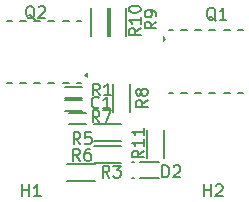
<source format=gbr>
%TF.GenerationSoftware,KiCad,Pcbnew,(6.0.1)*%
%TF.CreationDate,2022-07-18T11:17:21+08:00*%
%TF.ProjectId,HighSideSwitch,48696768-5369-4646-9553-77697463682e,rev?*%
%TF.SameCoordinates,Original*%
%TF.FileFunction,Legend,Top*%
%TF.FilePolarity,Positive*%
%FSLAX46Y46*%
G04 Gerber Fmt 4.6, Leading zero omitted, Abs format (unit mm)*
G04 Created by KiCad (PCBNEW (6.0.1)) date 2022-07-18 11:17:21*
%MOMM*%
%LPD*%
G01*
G04 APERTURE LIST*
%ADD10C,0.150000*%
%ADD11C,0.200000*%
%ADD12C,0.050000*%
G04 APERTURE END LIST*
D10*
%TO.C,R9*%
X190071180Y-81059466D02*
X189594990Y-81392800D01*
X190071180Y-81630895D02*
X189071180Y-81630895D01*
X189071180Y-81249942D01*
X189118800Y-81154704D01*
X189166419Y-81107085D01*
X189261657Y-81059466D01*
X189404514Y-81059466D01*
X189499752Y-81107085D01*
X189547371Y-81154704D01*
X189594990Y-81249942D01*
X189594990Y-81630895D01*
X190071180Y-80583276D02*
X190071180Y-80392800D01*
X190023561Y-80297561D01*
X189975942Y-80249942D01*
X189833085Y-80154704D01*
X189642609Y-80107085D01*
X189261657Y-80107085D01*
X189166419Y-80154704D01*
X189118800Y-80202323D01*
X189071180Y-80297561D01*
X189071180Y-80488038D01*
X189118800Y-80583276D01*
X189166419Y-80630895D01*
X189261657Y-80678514D01*
X189499752Y-80678514D01*
X189594990Y-80630895D01*
X189642609Y-80583276D01*
X189690228Y-80488038D01*
X189690228Y-80297561D01*
X189642609Y-80202323D01*
X189594990Y-80154704D01*
X189499752Y-80107085D01*
%TO.C,R1*%
X185272133Y-87305180D02*
X184938800Y-86828990D01*
X184700704Y-87305180D02*
X184700704Y-86305180D01*
X185081657Y-86305180D01*
X185176895Y-86352800D01*
X185224514Y-86400419D01*
X185272133Y-86495657D01*
X185272133Y-86638514D01*
X185224514Y-86733752D01*
X185176895Y-86781371D01*
X185081657Y-86828990D01*
X184700704Y-86828990D01*
X186224514Y-87305180D02*
X185653085Y-87305180D01*
X185938800Y-87305180D02*
X185938800Y-86305180D01*
X185843561Y-86448038D01*
X185748323Y-86543276D01*
X185653085Y-86590895D01*
%TO.C,C1*%
X185212133Y-88309942D02*
X185164514Y-88357561D01*
X185021657Y-88405180D01*
X184926419Y-88405180D01*
X184783561Y-88357561D01*
X184688323Y-88262323D01*
X184640704Y-88167085D01*
X184593085Y-87976609D01*
X184593085Y-87833752D01*
X184640704Y-87643276D01*
X184688323Y-87548038D01*
X184783561Y-87452800D01*
X184926419Y-87405180D01*
X185021657Y-87405180D01*
X185164514Y-87452800D01*
X185212133Y-87500419D01*
X186164514Y-88405180D02*
X185593085Y-88405180D01*
X185878800Y-88405180D02*
X185878800Y-87405180D01*
X185783561Y-87548038D01*
X185688323Y-87643276D01*
X185593085Y-87690895D01*
%TO.C,D2*%
X190588304Y-94232780D02*
X190588304Y-93232780D01*
X190826400Y-93232780D01*
X190969257Y-93280400D01*
X191064495Y-93375638D01*
X191112114Y-93470876D01*
X191159733Y-93661352D01*
X191159733Y-93804209D01*
X191112114Y-93994685D01*
X191064495Y-94089923D01*
X190969257Y-94185161D01*
X190826400Y-94232780D01*
X190588304Y-94232780D01*
X191540685Y-93328019D02*
X191588304Y-93280400D01*
X191683542Y-93232780D01*
X191921638Y-93232780D01*
X192016876Y-93280400D01*
X192064495Y-93328019D01*
X192112114Y-93423257D01*
X192112114Y-93518495D01*
X192064495Y-93661352D01*
X191493066Y-94232780D01*
X192112114Y-94232780D01*
%TO.C,R5*%
X183632133Y-91435180D02*
X183298800Y-90958990D01*
X183060704Y-91435180D02*
X183060704Y-90435180D01*
X183441657Y-90435180D01*
X183536895Y-90482800D01*
X183584514Y-90530419D01*
X183632133Y-90625657D01*
X183632133Y-90768514D01*
X183584514Y-90863752D01*
X183536895Y-90911371D01*
X183441657Y-90958990D01*
X183060704Y-90958990D01*
X184536895Y-90435180D02*
X184060704Y-90435180D01*
X184013085Y-90911371D01*
X184060704Y-90863752D01*
X184155942Y-90816133D01*
X184394038Y-90816133D01*
X184489276Y-90863752D01*
X184536895Y-90911371D01*
X184584514Y-91006609D01*
X184584514Y-91244704D01*
X184536895Y-91339942D01*
X184489276Y-91387561D01*
X184394038Y-91435180D01*
X184155942Y-91435180D01*
X184060704Y-91387561D01*
X184013085Y-91339942D01*
%TO.C,Q2*%
X179773561Y-80850419D02*
X179678323Y-80802800D01*
X179583085Y-80707561D01*
X179440228Y-80564704D01*
X179344990Y-80517085D01*
X179249752Y-80517085D01*
X179297371Y-80755180D02*
X179202133Y-80707561D01*
X179106895Y-80612323D01*
X179059276Y-80421847D01*
X179059276Y-80088514D01*
X179106895Y-79898038D01*
X179202133Y-79802800D01*
X179297371Y-79755180D01*
X179487847Y-79755180D01*
X179583085Y-79802800D01*
X179678323Y-79898038D01*
X179725942Y-80088514D01*
X179725942Y-80421847D01*
X179678323Y-80612323D01*
X179583085Y-80707561D01*
X179487847Y-80755180D01*
X179297371Y-80755180D01*
X180106895Y-79850419D02*
X180154514Y-79802800D01*
X180249752Y-79755180D01*
X180487847Y-79755180D01*
X180583085Y-79802800D01*
X180630704Y-79850419D01*
X180678323Y-79945657D01*
X180678323Y-80040895D01*
X180630704Y-80183752D01*
X180059276Y-80755180D01*
X180678323Y-80755180D01*
%TO.C,R6*%
X183592133Y-92825180D02*
X183258800Y-92348990D01*
X183020704Y-92825180D02*
X183020704Y-91825180D01*
X183401657Y-91825180D01*
X183496895Y-91872800D01*
X183544514Y-91920419D01*
X183592133Y-92015657D01*
X183592133Y-92158514D01*
X183544514Y-92253752D01*
X183496895Y-92301371D01*
X183401657Y-92348990D01*
X183020704Y-92348990D01*
X184449276Y-91825180D02*
X184258800Y-91825180D01*
X184163561Y-91872800D01*
X184115942Y-91920419D01*
X184020704Y-92063276D01*
X183973085Y-92253752D01*
X183973085Y-92634704D01*
X184020704Y-92729942D01*
X184068323Y-92777561D01*
X184163561Y-92825180D01*
X184354038Y-92825180D01*
X184449276Y-92777561D01*
X184496895Y-92729942D01*
X184544514Y-92634704D01*
X184544514Y-92396609D01*
X184496895Y-92301371D01*
X184449276Y-92253752D01*
X184354038Y-92206133D01*
X184163561Y-92206133D01*
X184068323Y-92253752D01*
X184020704Y-92301371D01*
X183973085Y-92396609D01*
%TO.C,R11*%
X189011180Y-91985657D02*
X188534990Y-92318990D01*
X189011180Y-92557085D02*
X188011180Y-92557085D01*
X188011180Y-92176133D01*
X188058800Y-92080895D01*
X188106419Y-92033276D01*
X188201657Y-91985657D01*
X188344514Y-91985657D01*
X188439752Y-92033276D01*
X188487371Y-92080895D01*
X188534990Y-92176133D01*
X188534990Y-92557085D01*
X189011180Y-91033276D02*
X189011180Y-91604704D01*
X189011180Y-91318990D02*
X188011180Y-91318990D01*
X188154038Y-91414228D01*
X188249276Y-91509466D01*
X188296895Y-91604704D01*
X189011180Y-90080895D02*
X189011180Y-90652323D01*
X189011180Y-90366609D02*
X188011180Y-90366609D01*
X188154038Y-90461847D01*
X188249276Y-90557085D01*
X188296895Y-90652323D01*
%TO.C,R7*%
X185252133Y-89575180D02*
X184918800Y-89098990D01*
X184680704Y-89575180D02*
X184680704Y-88575180D01*
X185061657Y-88575180D01*
X185156895Y-88622800D01*
X185204514Y-88670419D01*
X185252133Y-88765657D01*
X185252133Y-88908514D01*
X185204514Y-89003752D01*
X185156895Y-89051371D01*
X185061657Y-89098990D01*
X184680704Y-89098990D01*
X185585466Y-88575180D02*
X186252133Y-88575180D01*
X185823561Y-89575180D01*
%TO.C,H2*%
X194112495Y-95843580D02*
X194112495Y-94843580D01*
X194112495Y-95319771D02*
X194683923Y-95319771D01*
X194683923Y-95843580D02*
X194683923Y-94843580D01*
X195112495Y-94938819D02*
X195160114Y-94891200D01*
X195255352Y-94843580D01*
X195493447Y-94843580D01*
X195588685Y-94891200D01*
X195636304Y-94938819D01*
X195683923Y-95034057D01*
X195683923Y-95129295D01*
X195636304Y-95272152D01*
X195064876Y-95843580D01*
X195683923Y-95843580D01*
%TO.C,R3*%
X186105333Y-94257180D02*
X185772000Y-93780990D01*
X185533904Y-94257180D02*
X185533904Y-93257180D01*
X185914857Y-93257180D01*
X186010095Y-93304800D01*
X186057714Y-93352419D01*
X186105333Y-93447657D01*
X186105333Y-93590514D01*
X186057714Y-93685752D01*
X186010095Y-93733371D01*
X185914857Y-93780990D01*
X185533904Y-93780990D01*
X186438666Y-93257180D02*
X187057714Y-93257180D01*
X186724380Y-93638133D01*
X186867238Y-93638133D01*
X186962476Y-93685752D01*
X187010095Y-93733371D01*
X187057714Y-93828609D01*
X187057714Y-94066704D01*
X187010095Y-94161942D01*
X186962476Y-94209561D01*
X186867238Y-94257180D01*
X186581523Y-94257180D01*
X186486285Y-94209561D01*
X186438666Y-94161942D01*
%TO.C,Q1*%
X195093561Y-80970419D02*
X194998323Y-80922800D01*
X194903085Y-80827561D01*
X194760228Y-80684704D01*
X194664990Y-80637085D01*
X194569752Y-80637085D01*
X194617371Y-80875180D02*
X194522133Y-80827561D01*
X194426895Y-80732323D01*
X194379276Y-80541847D01*
X194379276Y-80208514D01*
X194426895Y-80018038D01*
X194522133Y-79922800D01*
X194617371Y-79875180D01*
X194807847Y-79875180D01*
X194903085Y-79922800D01*
X194998323Y-80018038D01*
X195045942Y-80208514D01*
X195045942Y-80541847D01*
X194998323Y-80732323D01*
X194903085Y-80827561D01*
X194807847Y-80875180D01*
X194617371Y-80875180D01*
X195998323Y-80875180D02*
X195426895Y-80875180D01*
X195712609Y-80875180D02*
X195712609Y-79875180D01*
X195617371Y-80018038D01*
X195522133Y-80113276D01*
X195426895Y-80160895D01*
%TO.C,R8*%
X189343980Y-87695066D02*
X188867790Y-88028400D01*
X189343980Y-88266495D02*
X188343980Y-88266495D01*
X188343980Y-87885542D01*
X188391600Y-87790304D01*
X188439219Y-87742685D01*
X188534457Y-87695066D01*
X188677314Y-87695066D01*
X188772552Y-87742685D01*
X188820171Y-87790304D01*
X188867790Y-87885542D01*
X188867790Y-88266495D01*
X188772552Y-87123638D02*
X188724933Y-87218876D01*
X188677314Y-87266495D01*
X188582076Y-87314114D01*
X188534457Y-87314114D01*
X188439219Y-87266495D01*
X188391600Y-87218876D01*
X188343980Y-87123638D01*
X188343980Y-86933161D01*
X188391600Y-86837923D01*
X188439219Y-86790304D01*
X188534457Y-86742685D01*
X188582076Y-86742685D01*
X188677314Y-86790304D01*
X188724933Y-86837923D01*
X188772552Y-86933161D01*
X188772552Y-87123638D01*
X188820171Y-87218876D01*
X188867790Y-87266495D01*
X188963028Y-87314114D01*
X189153504Y-87314114D01*
X189248742Y-87266495D01*
X189296361Y-87218876D01*
X189343980Y-87123638D01*
X189343980Y-86933161D01*
X189296361Y-86837923D01*
X189248742Y-86790304D01*
X189153504Y-86742685D01*
X188963028Y-86742685D01*
X188867790Y-86790304D01*
X188820171Y-86837923D01*
X188772552Y-86933161D01*
%TO.C,H1*%
X178712495Y-95843580D02*
X178712495Y-94843580D01*
X178712495Y-95319771D02*
X179283923Y-95319771D01*
X179283923Y-95843580D02*
X179283923Y-94843580D01*
X180283923Y-95843580D02*
X179712495Y-95843580D01*
X179998209Y-95843580D02*
X179998209Y-94843580D01*
X179902971Y-94986438D01*
X179807733Y-95081676D01*
X179712495Y-95129295D01*
%TO.C,R10*%
X188751180Y-81615657D02*
X188274990Y-81948990D01*
X188751180Y-82187085D02*
X187751180Y-82187085D01*
X187751180Y-81806133D01*
X187798800Y-81710895D01*
X187846419Y-81663276D01*
X187941657Y-81615657D01*
X188084514Y-81615657D01*
X188179752Y-81663276D01*
X188227371Y-81710895D01*
X188274990Y-81806133D01*
X188274990Y-82187085D01*
X188751180Y-80663276D02*
X188751180Y-81234704D01*
X188751180Y-80948990D02*
X187751180Y-80948990D01*
X187894038Y-81044228D01*
X187989276Y-81139466D01*
X188036895Y-81234704D01*
X187751180Y-80044228D02*
X187751180Y-79948990D01*
X187798800Y-79853752D01*
X187846419Y-79806133D01*
X187941657Y-79758514D01*
X188132133Y-79710895D01*
X188370228Y-79710895D01*
X188560704Y-79758514D01*
X188655942Y-79806133D01*
X188703561Y-79853752D01*
X188751180Y-79948990D01*
X188751180Y-80044228D01*
X188703561Y-80139466D01*
X188655942Y-80187085D01*
X188560704Y-80234704D01*
X188370228Y-80282323D01*
X188132133Y-80282323D01*
X187941657Y-80234704D01*
X187846419Y-80187085D01*
X187798800Y-80139466D01*
X187751180Y-80044228D01*
%TO.C,R9*%
X186136800Y-79901800D02*
X186136800Y-82251800D01*
X187536800Y-79901800D02*
X187536800Y-82251800D01*
%TO.C,R1*%
X182323800Y-86587800D02*
X183773800Y-86587800D01*
X182323800Y-87537800D02*
X183773800Y-87537800D01*
%TO.C,C1*%
X182323800Y-88647800D02*
X183773800Y-88647800D01*
X182323800Y-87697800D02*
X183773800Y-87697800D01*
%TO.C,D2*%
X188650800Y-94312800D02*
X190333800Y-94312800D01*
X187983800Y-92912800D02*
X188142800Y-92912800D01*
X187983800Y-94312800D02*
X188142800Y-94312800D01*
X188650800Y-92912800D02*
X190333800Y-92912800D01*
%TO.C,R5*%
X187113800Y-91152800D02*
X184763800Y-91152800D01*
X187113800Y-89752800D02*
X184763800Y-89752800D01*
D11*
%TO.C,Q2*%
X177438400Y-86266800D02*
X177838400Y-86266800D01*
X182138400Y-80966800D02*
X182638400Y-80966800D01*
X179738400Y-80966800D02*
X180238400Y-80966800D01*
X179738400Y-86266800D02*
X180238400Y-86266800D01*
X180938400Y-86266800D02*
X181438400Y-86266800D01*
X183338400Y-86266800D02*
X183688400Y-86266800D01*
X183338400Y-80966800D02*
X183688400Y-80966800D01*
X178538400Y-86266800D02*
X179038400Y-86266800D01*
X182138400Y-86266800D02*
X182638400Y-86266800D01*
X178538400Y-80966800D02*
X179038400Y-80966800D01*
X180938400Y-80966800D02*
X181438400Y-80966800D01*
X177438400Y-80966800D02*
X177838400Y-80966800D01*
D12*
X184163400Y-85766800D02*
X183963400Y-85566800D01*
X183963400Y-85566800D02*
X184163400Y-85366800D01*
X184163400Y-85366800D02*
X184163400Y-85766800D01*
G36*
X184163400Y-85766800D02*
G01*
X183963400Y-85566800D01*
X184163400Y-85366800D01*
X184163400Y-85766800D01*
G37*
X184163400Y-85766800D02*
X183963400Y-85566800D01*
X184163400Y-85366800D01*
X184163400Y-85766800D01*
D10*
%TO.C,R6*%
X187113800Y-91582800D02*
X184763800Y-91582800D01*
X187113800Y-92982800D02*
X184763800Y-92982800D01*
%TO.C,R11*%
X189286400Y-92564200D02*
X189286400Y-90214200D01*
X190686400Y-92564200D02*
X190686400Y-90214200D01*
%TO.C,R7*%
X184153800Y-89757800D02*
X182703800Y-89757800D01*
X184153800Y-88807800D02*
X182703800Y-88807800D01*
%TO.C,R3*%
X184883800Y-94542800D02*
X182533800Y-94542800D01*
X184883800Y-93142800D02*
X182533800Y-93142800D01*
D11*
%TO.C,Q1*%
X191468800Y-87102800D02*
X191118800Y-87102800D01*
X195068800Y-81802800D02*
X194568800Y-81802800D01*
X197368800Y-81802800D02*
X196968800Y-81802800D01*
X197368800Y-87102800D02*
X196968800Y-87102800D01*
X196268800Y-81802800D02*
X195768800Y-81802800D01*
X195068800Y-87102800D02*
X194568800Y-87102800D01*
X192668800Y-87102800D02*
X192168800Y-87102800D01*
X191468800Y-81802800D02*
X191118800Y-81802800D01*
X193868800Y-81802800D02*
X193368800Y-81802800D01*
X192668800Y-81802800D02*
X192168800Y-81802800D01*
X196268800Y-87102800D02*
X195768800Y-87102800D01*
X193868800Y-87102800D02*
X193368800Y-87102800D01*
D12*
X190643800Y-82302800D02*
X190843800Y-82502800D01*
X190843800Y-82502800D02*
X190643800Y-82702800D01*
X190643800Y-82702800D02*
X190643800Y-82302800D01*
G36*
X190843800Y-82502800D02*
G01*
X190643800Y-82702800D01*
X190643800Y-82302800D01*
X190843800Y-82502800D01*
G37*
X190843800Y-82502800D02*
X190643800Y-82702800D01*
X190643800Y-82302800D01*
X190843800Y-82502800D01*
D10*
%TO.C,R8*%
X186441600Y-88703400D02*
X186441600Y-86353400D01*
X187841600Y-88703400D02*
X187841600Y-86353400D01*
%TO.C,R10*%
X184578800Y-79897800D02*
X184578800Y-82247800D01*
X185978800Y-79897800D02*
X185978800Y-82247800D01*
%TD*%
M02*

</source>
